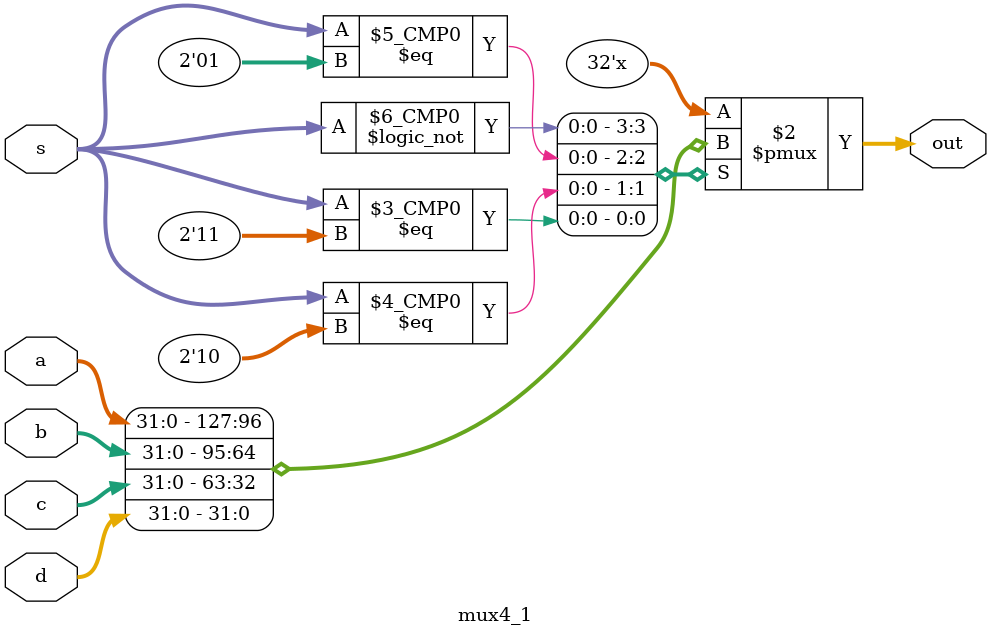
<source format=v>
module mux4_1  #(
    parameter WIDTH = 32
  )

  (input [WIDTH-1:0] a, b, c, d,
   input [1:0] s,

   output reg [WIDTH-1:0] out
  );


  always @*
  begin

    case (s)
      2'b00 :
        out = a;
      2'b01 :
        out = b;
      2'b10 :
        out = c;
      2'b11 :
        out = d;
	  default :
	    out = a;
    endcase
  end

endmodule
</source>
